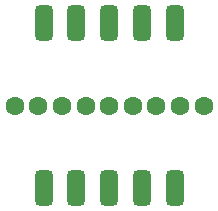
<source format=gts>
G04 #@! TF.GenerationSoftware,KiCad,Pcbnew,7.0.1*
G04 #@! TF.CreationDate,2023-03-20T20:32:41+09:00*
G04 #@! TF.ProjectId,bridgeDSUB9P,62726964-6765-4445-9355-4239502e6b69,V1.0*
G04 #@! TF.SameCoordinates,Original*
G04 #@! TF.FileFunction,Soldermask,Top*
G04 #@! TF.FilePolarity,Negative*
%FSLAX46Y46*%
G04 Gerber Fmt 4.6, Leading zero omitted, Abs format (unit mm)*
G04 Created by KiCad (PCBNEW 7.0.1) date 2023-03-20 20:32:41*
%MOMM*%
%LPD*%
G01*
G04 APERTURE LIST*
G04 Aperture macros list*
%AMRoundRect*
0 Rectangle with rounded corners*
0 $1 Rounding radius*
0 $2 $3 $4 $5 $6 $7 $8 $9 X,Y pos of 4 corners*
0 Add a 4 corners polygon primitive as box body*
4,1,4,$2,$3,$4,$5,$6,$7,$8,$9,$2,$3,0*
0 Add four circle primitives for the rounded corners*
1,1,$1+$1,$2,$3*
1,1,$1+$1,$4,$5*
1,1,$1+$1,$6,$7*
1,1,$1+$1,$8,$9*
0 Add four rect primitives between the rounded corners*
20,1,$1+$1,$2,$3,$4,$5,0*
20,1,$1+$1,$4,$5,$6,$7,0*
20,1,$1+$1,$6,$7,$8,$9,0*
20,1,$1+$1,$8,$9,$2,$3,0*%
G04 Aperture macros list end*
%ADD10C,1.600000*%
%ADD11RoundRect,0.375000X0.375000X-1.125000X0.375000X1.125000X-0.375000X1.125000X-0.375000X-1.125000X0*%
%ADD12RoundRect,0.375000X-0.375000X1.125000X-0.375000X-1.125000X0.375000X-1.125000X0.375000X1.125000X0*%
G04 APERTURE END LIST*
D10*
X8000000Y0D03*
X-4000000Y0D03*
X4000000Y0D03*
X0Y0D03*
X-8000000Y0D03*
D11*
X5540000Y-7000000D03*
X2770000Y-7000000D03*
X0Y-7000000D03*
X-2770000Y-7000000D03*
X-5540000Y-7000000D03*
D10*
X-2000000Y0D03*
X6000000Y0D03*
X2000000Y0D03*
D12*
X-5540000Y7000000D03*
X-2770000Y7000000D03*
X0Y7000000D03*
X2770000Y7000000D03*
X5540000Y7000000D03*
D10*
X-6000000Y0D03*
M02*

</source>
